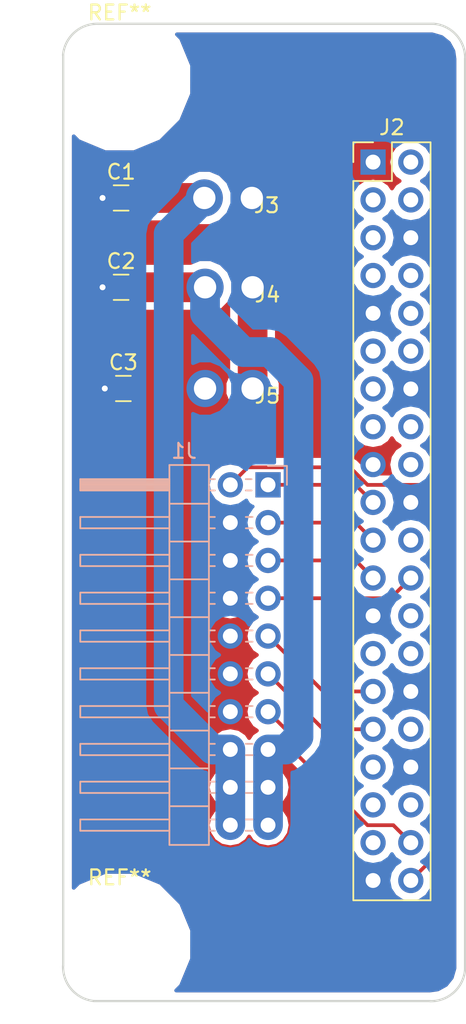
<source format=kicad_pcb>
(kicad_pcb (version 4) (host pcbnew 4.0.6)

  (general
    (links 38)
    (no_connects 0)
    (area 141.521429 95.925 173.013334 165.075)
    (thickness 1.6)
    (drawings 8)
    (tracks 56)
    (zones 0)
    (modules 10)
    (nets 13)
  )

  (page A4)
  (layers
    (0 F.Cu signal)
    (31 B.Cu signal)
    (32 B.Adhes user)
    (33 F.Adhes user)
    (34 B.Paste user)
    (35 F.Paste user)
    (36 B.SilkS user)
    (37 F.SilkS user)
    (38 B.Mask user)
    (39 F.Mask user)
    (40 Dwgs.User user)
    (41 Cmts.User user)
    (42 Eco1.User user)
    (43 Eco2.User user)
    (44 Edge.Cuts user)
    (45 Margin user)
    (46 B.CrtYd user)
    (47 F.CrtYd user)
    (48 B.Fab user)
    (49 F.Fab user)
  )

  (setup
    (last_trace_width 0.25)
    (user_trace_width 0.2)
    (user_trace_width 1)
    (user_trace_width 2)
    (trace_clearance 0.2)
    (zone_clearance 0.508)
    (zone_45_only no)
    (trace_min 0.2)
    (segment_width 0.2)
    (edge_width 0.15)
    (via_size 0.6)
    (via_drill 0.4)
    (via_min_size 0.4)
    (via_min_drill 0.3)
    (uvia_size 0.3)
    (uvia_drill 0.1)
    (uvias_allowed no)
    (uvia_min_size 0.2)
    (uvia_min_drill 0.1)
    (pcb_text_width 0.3)
    (pcb_text_size 1.5 1.5)
    (mod_edge_width 0.15)
    (mod_text_size 1 1)
    (mod_text_width 0.15)
    (pad_size 3.5 3.5)
    (pad_drill 3.5)
    (pad_to_mask_clearance 0.2)
    (aux_axis_origin 0 0)
    (visible_elements 7FFFFFFF)
    (pcbplotparams
      (layerselection 0x010c0_80000001)
      (usegerberextensions false)
      (excludeedgelayer true)
      (linewidth 0.100000)
      (plotframeref false)
      (viasonmask false)
      (mode 1)
      (useauxorigin false)
      (hpglpennumber 1)
      (hpglpenspeed 20)
      (hpglpendiameter 15)
      (hpglpenoverlay 2)
      (psnegative false)
      (psa4output false)
      (plotreference true)
      (plotvalue true)
      (plotinvisibletext false)
      (padsonsilk false)
      (subtractmaskfromsilk false)
      (outputformat 1)
      (mirror false)
      (drillshape 0)
      (scaleselection 1)
      (outputdirectory Gerber))
  )

  (net 0 "")
  (net 1 Earth)
  (net 2 12V)
  (net 3 5V)
  (net 4 3.3V)
  (net 5 MOSI)
  (net 6 ~PWR_KILL)
  (net 7 MISO)
  (net 8 SCK)
  (net 9 CS)
  (net 10 RESPRDY)
  (net 11 RECVRDY)
  (net 12 PWR_INT)

  (net_class Default "This is the default net class."
    (clearance 0.2)
    (trace_width 0.25)
    (via_dia 0.6)
    (via_drill 0.4)
    (uvia_dia 0.3)
    (uvia_drill 0.1)
    (add_net 12V)
    (add_net 3.3V)
    (add_net 5V)
    (add_net CS)
    (add_net Earth)
    (add_net MISO)
    (add_net MOSI)
    (add_net PWR_INT)
    (add_net RECVRDY)
    (add_net RESPRDY)
    (add_net SCK)
    (add_net ~PWR_KILL)
  )

  (module Mounting_Holes:MountingHole_3.5mm (layer F.Cu) (tedit 5D05C80A) (tstamp 5D05C7CD)
    (at 149.65 101.4)
    (descr "Mounting Hole 3.5mm, no annular")
    (tags "mounting hole 3.5mm no annular")
    (attr virtual)
    (fp_text reference REF** (at 0 -4.5) (layer F.SilkS)
      (effects (font (size 1 1) (thickness 0.15)))
    )
    (fp_text value MountingHole_3.5mm (at 0 4.5) (layer F.Fab)
      (effects (font (size 1 1) (thickness 0.15)))
    )
    (fp_text user %R (at 0.3 0) (layer F.Fab)
      (effects (font (size 1 1) (thickness 0.15)))
    )
    (fp_circle (center 0 0) (end 3.5 0) (layer Cmts.User) (width 0.15))
    (fp_circle (center 0 0) (end 3.75 0) (layer F.CrtYd) (width 0.05))
    (pad "" np_thru_hole circle (at 0 0) (size 3.5 3.5) (drill 3.5) (layers *.Cu *.Mask)
      (clearance 3))
  )

  (module Capacitors_SMD:C_0805_HandSoldering (layer F.Cu) (tedit 58AA84A8) (tstamp 5D05C2E8)
    (at 149.75 109.35)
    (descr "Capacitor SMD 0805, hand soldering")
    (tags "capacitor 0805")
    (path /5D0559B0)
    (attr smd)
    (fp_text reference C1 (at 0 -1.75) (layer F.SilkS)
      (effects (font (size 1 1) (thickness 0.15)))
    )
    (fp_text value C_Small (at 0 1.75) (layer F.Fab)
      (effects (font (size 1 1) (thickness 0.15)))
    )
    (fp_text user %R (at 0 -1.75) (layer F.Fab)
      (effects (font (size 1 1) (thickness 0.15)))
    )
    (fp_line (start -1 0.62) (end -1 -0.62) (layer F.Fab) (width 0.1))
    (fp_line (start 1 0.62) (end -1 0.62) (layer F.Fab) (width 0.1))
    (fp_line (start 1 -0.62) (end 1 0.62) (layer F.Fab) (width 0.1))
    (fp_line (start -1 -0.62) (end 1 -0.62) (layer F.Fab) (width 0.1))
    (fp_line (start 0.5 -0.85) (end -0.5 -0.85) (layer F.SilkS) (width 0.12))
    (fp_line (start -0.5 0.85) (end 0.5 0.85) (layer F.SilkS) (width 0.12))
    (fp_line (start -2.25 -0.88) (end 2.25 -0.88) (layer F.CrtYd) (width 0.05))
    (fp_line (start -2.25 -0.88) (end -2.25 0.87) (layer F.CrtYd) (width 0.05))
    (fp_line (start 2.25 0.87) (end 2.25 -0.88) (layer F.CrtYd) (width 0.05))
    (fp_line (start 2.25 0.87) (end -2.25 0.87) (layer F.CrtYd) (width 0.05))
    (pad 1 smd rect (at -1.25 0) (size 1.5 1.25) (layers F.Cu F.Paste F.Mask)
      (net 1 Earth))
    (pad 2 smd rect (at 1.25 0) (size 1.5 1.25) (layers F.Cu F.Paste F.Mask)
      (net 2 12V))
    (model Capacitors_SMD.3dshapes/C_0805.wrl
      (at (xyz 0 0 0))
      (scale (xyz 1 1 1))
      (rotate (xyz 0 0 0))
    )
  )

  (module Capacitors_SMD:C_0805_HandSoldering (layer F.Cu) (tedit 58AA84A8) (tstamp 5D05C2F9)
    (at 149.75 115.35)
    (descr "Capacitor SMD 0805, hand soldering")
    (tags "capacitor 0805")
    (path /5D055980)
    (attr smd)
    (fp_text reference C2 (at 0 -1.75) (layer F.SilkS)
      (effects (font (size 1 1) (thickness 0.15)))
    )
    (fp_text value C_Small (at 0 1.75) (layer F.Fab)
      (effects (font (size 1 1) (thickness 0.15)))
    )
    (fp_text user %R (at 0 -1.75) (layer F.Fab)
      (effects (font (size 1 1) (thickness 0.15)))
    )
    (fp_line (start -1 0.62) (end -1 -0.62) (layer F.Fab) (width 0.1))
    (fp_line (start 1 0.62) (end -1 0.62) (layer F.Fab) (width 0.1))
    (fp_line (start 1 -0.62) (end 1 0.62) (layer F.Fab) (width 0.1))
    (fp_line (start -1 -0.62) (end 1 -0.62) (layer F.Fab) (width 0.1))
    (fp_line (start 0.5 -0.85) (end -0.5 -0.85) (layer F.SilkS) (width 0.12))
    (fp_line (start -0.5 0.85) (end 0.5 0.85) (layer F.SilkS) (width 0.12))
    (fp_line (start -2.25 -0.88) (end 2.25 -0.88) (layer F.CrtYd) (width 0.05))
    (fp_line (start -2.25 -0.88) (end -2.25 0.87) (layer F.CrtYd) (width 0.05))
    (fp_line (start 2.25 0.87) (end 2.25 -0.88) (layer F.CrtYd) (width 0.05))
    (fp_line (start 2.25 0.87) (end -2.25 0.87) (layer F.CrtYd) (width 0.05))
    (pad 1 smd rect (at -1.25 0) (size 1.5 1.25) (layers F.Cu F.Paste F.Mask)
      (net 1 Earth))
    (pad 2 smd rect (at 1.25 0) (size 1.5 1.25) (layers F.Cu F.Paste F.Mask)
      (net 3 5V))
    (model Capacitors_SMD.3dshapes/C_0805.wrl
      (at (xyz 0 0 0))
      (scale (xyz 1 1 1))
      (rotate (xyz 0 0 0))
    )
  )

  (module Capacitors_SMD:C_0805_HandSoldering (layer F.Cu) (tedit 58AA84A8) (tstamp 5D05C30A)
    (at 149.9 122.15)
    (descr "Capacitor SMD 0805, hand soldering")
    (tags "capacitor 0805")
    (path /5D05592F)
    (attr smd)
    (fp_text reference C3 (at 0 -1.75) (layer F.SilkS)
      (effects (font (size 1 1) (thickness 0.15)))
    )
    (fp_text value C_Small (at 0 1.75) (layer F.Fab)
      (effects (font (size 1 1) (thickness 0.15)))
    )
    (fp_text user %R (at 0 -1.75) (layer F.Fab)
      (effects (font (size 1 1) (thickness 0.15)))
    )
    (fp_line (start -1 0.62) (end -1 -0.62) (layer F.Fab) (width 0.1))
    (fp_line (start 1 0.62) (end -1 0.62) (layer F.Fab) (width 0.1))
    (fp_line (start 1 -0.62) (end 1 0.62) (layer F.Fab) (width 0.1))
    (fp_line (start -1 -0.62) (end 1 -0.62) (layer F.Fab) (width 0.1))
    (fp_line (start 0.5 -0.85) (end -0.5 -0.85) (layer F.SilkS) (width 0.12))
    (fp_line (start -0.5 0.85) (end 0.5 0.85) (layer F.SilkS) (width 0.12))
    (fp_line (start -2.25 -0.88) (end 2.25 -0.88) (layer F.CrtYd) (width 0.05))
    (fp_line (start -2.25 -0.88) (end -2.25 0.87) (layer F.CrtYd) (width 0.05))
    (fp_line (start 2.25 0.87) (end 2.25 -0.88) (layer F.CrtYd) (width 0.05))
    (fp_line (start 2.25 0.87) (end -2.25 0.87) (layer F.CrtYd) (width 0.05))
    (pad 1 smd rect (at -1.25 0) (size 1.5 1.25) (layers F.Cu F.Paste F.Mask)
      (net 1 Earth))
    (pad 2 smd rect (at 1.25 0) (size 1.5 1.25) (layers F.Cu F.Paste F.Mask)
      (net 4 3.3V))
    (model Capacitors_SMD.3dshapes/C_0805.wrl
      (at (xyz 0 0 0))
      (scale (xyz 1 1 1))
      (rotate (xyz 0 0 0))
    )
  )

  (module Pin_Headers:Pin_Header_Angled_2x10_Pitch2.54mm (layer B.Cu) (tedit 59650532) (tstamp 5D05C3C3)
    (at 159.64 128.62 180)
    (descr "Through hole angled pin header, 2x10, 2.54mm pitch, 6mm pin length, double rows")
    (tags "Through hole angled pin header THT 2x10 2.54mm double row")
    (path /5D04388E)
    (fp_text reference J1 (at 5.655 2.27 180) (layer B.SilkS)
      (effects (font (size 1 1) (thickness 0.15)) (justify mirror))
    )
    (fp_text value CONN_02X10 (at 5.655 -25.13 180) (layer B.Fab)
      (effects (font (size 1 1) (thickness 0.15)) (justify mirror))
    )
    (fp_line (start 4.675 1.27) (end 6.58 1.27) (layer B.Fab) (width 0.1))
    (fp_line (start 6.58 1.27) (end 6.58 -24.13) (layer B.Fab) (width 0.1))
    (fp_line (start 6.58 -24.13) (end 4.04 -24.13) (layer B.Fab) (width 0.1))
    (fp_line (start 4.04 -24.13) (end 4.04 0.635) (layer B.Fab) (width 0.1))
    (fp_line (start 4.04 0.635) (end 4.675 1.27) (layer B.Fab) (width 0.1))
    (fp_line (start -0.32 0.32) (end 4.04 0.32) (layer B.Fab) (width 0.1))
    (fp_line (start -0.32 0.32) (end -0.32 -0.32) (layer B.Fab) (width 0.1))
    (fp_line (start -0.32 -0.32) (end 4.04 -0.32) (layer B.Fab) (width 0.1))
    (fp_line (start 6.58 0.32) (end 12.58 0.32) (layer B.Fab) (width 0.1))
    (fp_line (start 12.58 0.32) (end 12.58 -0.32) (layer B.Fab) (width 0.1))
    (fp_line (start 6.58 -0.32) (end 12.58 -0.32) (layer B.Fab) (width 0.1))
    (fp_line (start -0.32 -2.22) (end 4.04 -2.22) (layer B.Fab) (width 0.1))
    (fp_line (start -0.32 -2.22) (end -0.32 -2.86) (layer B.Fab) (width 0.1))
    (fp_line (start -0.32 -2.86) (end 4.04 -2.86) (layer B.Fab) (width 0.1))
    (fp_line (start 6.58 -2.22) (end 12.58 -2.22) (layer B.Fab) (width 0.1))
    (fp_line (start 12.58 -2.22) (end 12.58 -2.86) (layer B.Fab) (width 0.1))
    (fp_line (start 6.58 -2.86) (end 12.58 -2.86) (layer B.Fab) (width 0.1))
    (fp_line (start -0.32 -4.76) (end 4.04 -4.76) (layer B.Fab) (width 0.1))
    (fp_line (start -0.32 -4.76) (end -0.32 -5.4) (layer B.Fab) (width 0.1))
    (fp_line (start -0.32 -5.4) (end 4.04 -5.4) (layer B.Fab) (width 0.1))
    (fp_line (start 6.58 -4.76) (end 12.58 -4.76) (layer B.Fab) (width 0.1))
    (fp_line (start 12.58 -4.76) (end 12.58 -5.4) (layer B.Fab) (width 0.1))
    (fp_line (start 6.58 -5.4) (end 12.58 -5.4) (layer B.Fab) (width 0.1))
    (fp_line (start -0.32 -7.3) (end 4.04 -7.3) (layer B.Fab) (width 0.1))
    (fp_line (start -0.32 -7.3) (end -0.32 -7.94) (layer B.Fab) (width 0.1))
    (fp_line (start -0.32 -7.94) (end 4.04 -7.94) (layer B.Fab) (width 0.1))
    (fp_line (start 6.58 -7.3) (end 12.58 -7.3) (layer B.Fab) (width 0.1))
    (fp_line (start 12.58 -7.3) (end 12.58 -7.94) (layer B.Fab) (width 0.1))
    (fp_line (start 6.58 -7.94) (end 12.58 -7.94) (layer B.Fab) (width 0.1))
    (fp_line (start -0.32 -9.84) (end 4.04 -9.84) (layer B.Fab) (width 0.1))
    (fp_line (start -0.32 -9.84) (end -0.32 -10.48) (layer B.Fab) (width 0.1))
    (fp_line (start -0.32 -10.48) (end 4.04 -10.48) (layer B.Fab) (width 0.1))
    (fp_line (start 6.58 -9.84) (end 12.58 -9.84) (layer B.Fab) (width 0.1))
    (fp_line (start 12.58 -9.84) (end 12.58 -10.48) (layer B.Fab) (width 0.1))
    (fp_line (start 6.58 -10.48) (end 12.58 -10.48) (layer B.Fab) (width 0.1))
    (fp_line (start -0.32 -12.38) (end 4.04 -12.38) (layer B.Fab) (width 0.1))
    (fp_line (start -0.32 -12.38) (end -0.32 -13.02) (layer B.Fab) (width 0.1))
    (fp_line (start -0.32 -13.02) (end 4.04 -13.02) (layer B.Fab) (width 0.1))
    (fp_line (start 6.58 -12.38) (end 12.58 -12.38) (layer B.Fab) (width 0.1))
    (fp_line (start 12.58 -12.38) (end 12.58 -13.02) (layer B.Fab) (width 0.1))
    (fp_line (start 6.58 -13.02) (end 12.58 -13.02) (layer B.Fab) (width 0.1))
    (fp_line (start -0.32 -14.92) (end 4.04 -14.92) (layer B.Fab) (width 0.1))
    (fp_line (start -0.32 -14.92) (end -0.32 -15.56) (layer B.Fab) (width 0.1))
    (fp_line (start -0.32 -15.56) (end 4.04 -15.56) (layer B.Fab) (width 0.1))
    (fp_line (start 6.58 -14.92) (end 12.58 -14.92) (layer B.Fab) (width 0.1))
    (fp_line (start 12.58 -14.92) (end 12.58 -15.56) (layer B.Fab) (width 0.1))
    (fp_line (start 6.58 -15.56) (end 12.58 -15.56) (layer B.Fab) (width 0.1))
    (fp_line (start -0.32 -17.46) (end 4.04 -17.46) (layer B.Fab) (width 0.1))
    (fp_line (start -0.32 -17.46) (end -0.32 -18.1) (layer B.Fab) (width 0.1))
    (fp_line (start -0.32 -18.1) (end 4.04 -18.1) (layer B.Fab) (width 0.1))
    (fp_line (start 6.58 -17.46) (end 12.58 -17.46) (layer B.Fab) (width 0.1))
    (fp_line (start 12.58 -17.46) (end 12.58 -18.1) (layer B.Fab) (width 0.1))
    (fp_line (start 6.58 -18.1) (end 12.58 -18.1) (layer B.Fab) (width 0.1))
    (fp_line (start -0.32 -20) (end 4.04 -20) (layer B.Fab) (width 0.1))
    (fp_line (start -0.32 -20) (end -0.32 -20.64) (layer B.Fab) (width 0.1))
    (fp_line (start -0.32 -20.64) (end 4.04 -20.64) (layer B.Fab) (width 0.1))
    (fp_line (start 6.58 -20) (end 12.58 -20) (layer B.Fab) (width 0.1))
    (fp_line (start 12.58 -20) (end 12.58 -20.64) (layer B.Fab) (width 0.1))
    (fp_line (start 6.58 -20.64) (end 12.58 -20.64) (layer B.Fab) (width 0.1))
    (fp_line (start -0.32 -22.54) (end 4.04 -22.54) (layer B.Fab) (width 0.1))
    (fp_line (start -0.32 -22.54) (end -0.32 -23.18) (layer B.Fab) (width 0.1))
    (fp_line (start -0.32 -23.18) (end 4.04 -23.18) (layer B.Fab) (width 0.1))
    (fp_line (start 6.58 -22.54) (end 12.58 -22.54) (layer B.Fab) (width 0.1))
    (fp_line (start 12.58 -22.54) (end 12.58 -23.18) (layer B.Fab) (width 0.1))
    (fp_line (start 6.58 -23.18) (end 12.58 -23.18) (layer B.Fab) (width 0.1))
    (fp_line (start 3.98 1.33) (end 3.98 -24.19) (layer B.SilkS) (width 0.12))
    (fp_line (start 3.98 -24.19) (end 6.64 -24.19) (layer B.SilkS) (width 0.12))
    (fp_line (start 6.64 -24.19) (end 6.64 1.33) (layer B.SilkS) (width 0.12))
    (fp_line (start 6.64 1.33) (end 3.98 1.33) (layer B.SilkS) (width 0.12))
    (fp_line (start 6.64 0.38) (end 12.64 0.38) (layer B.SilkS) (width 0.12))
    (fp_line (start 12.64 0.38) (end 12.64 -0.38) (layer B.SilkS) (width 0.12))
    (fp_line (start 12.64 -0.38) (end 6.64 -0.38) (layer B.SilkS) (width 0.12))
    (fp_line (start 6.64 0.32) (end 12.64 0.32) (layer B.SilkS) (width 0.12))
    (fp_line (start 6.64 0.2) (end 12.64 0.2) (layer B.SilkS) (width 0.12))
    (fp_line (start 6.64 0.08) (end 12.64 0.08) (layer B.SilkS) (width 0.12))
    (fp_line (start 6.64 -0.04) (end 12.64 -0.04) (layer B.SilkS) (width 0.12))
    (fp_line (start 6.64 -0.16) (end 12.64 -0.16) (layer B.SilkS) (width 0.12))
    (fp_line (start 6.64 -0.28) (end 12.64 -0.28) (layer B.SilkS) (width 0.12))
    (fp_line (start 3.582929 0.38) (end 3.98 0.38) (layer B.SilkS) (width 0.12))
    (fp_line (start 3.582929 -0.38) (end 3.98 -0.38) (layer B.SilkS) (width 0.12))
    (fp_line (start 1.11 0.38) (end 1.497071 0.38) (layer B.SilkS) (width 0.12))
    (fp_line (start 1.11 -0.38) (end 1.497071 -0.38) (layer B.SilkS) (width 0.12))
    (fp_line (start 3.98 -1.27) (end 6.64 -1.27) (layer B.SilkS) (width 0.12))
    (fp_line (start 6.64 -2.16) (end 12.64 -2.16) (layer B.SilkS) (width 0.12))
    (fp_line (start 12.64 -2.16) (end 12.64 -2.92) (layer B.SilkS) (width 0.12))
    (fp_line (start 12.64 -2.92) (end 6.64 -2.92) (layer B.SilkS) (width 0.12))
    (fp_line (start 3.582929 -2.16) (end 3.98 -2.16) (layer B.SilkS) (width 0.12))
    (fp_line (start 3.582929 -2.92) (end 3.98 -2.92) (layer B.SilkS) (width 0.12))
    (fp_line (start 1.042929 -2.16) (end 1.497071 -2.16) (layer B.SilkS) (width 0.12))
    (fp_line (start 1.042929 -2.92) (end 1.497071 -2.92) (layer B.SilkS) (width 0.12))
    (fp_line (start 3.98 -3.81) (end 6.64 -3.81) (layer B.SilkS) (width 0.12))
    (fp_line (start 6.64 -4.7) (end 12.64 -4.7) (layer B.SilkS) (width 0.12))
    (fp_line (start 12.64 -4.7) (end 12.64 -5.46) (layer B.SilkS) (width 0.12))
    (fp_line (start 12.64 -5.46) (end 6.64 -5.46) (layer B.SilkS) (width 0.12))
    (fp_line (start 3.582929 -4.7) (end 3.98 -4.7) (layer B.SilkS) (width 0.12))
    (fp_line (start 3.582929 -5.46) (end 3.98 -5.46) (layer B.SilkS) (width 0.12))
    (fp_line (start 1.042929 -4.7) (end 1.497071 -4.7) (layer B.SilkS) (width 0.12))
    (fp_line (start 1.042929 -5.46) (end 1.497071 -5.46) (layer B.SilkS) (width 0.12))
    (fp_line (start 3.98 -6.35) (end 6.64 -6.35) (layer B.SilkS) (width 0.12))
    (fp_line (start 6.64 -7.24) (end 12.64 -7.24) (layer B.SilkS) (width 0.12))
    (fp_line (start 12.64 -7.24) (end 12.64 -8) (layer B.SilkS) (width 0.12))
    (fp_line (start 12.64 -8) (end 6.64 -8) (layer B.SilkS) (width 0.12))
    (fp_line (start 3.582929 -7.24) (end 3.98 -7.24) (layer B.SilkS) (width 0.12))
    (fp_line (start 3.582929 -8) (end 3.98 -8) (layer B.SilkS) (width 0.12))
    (fp_line (start 1.042929 -7.24) (end 1.497071 -7.24) (layer B.SilkS) (width 0.12))
    (fp_line (start 1.042929 -8) (end 1.497071 -8) (layer B.SilkS) (width 0.12))
    (fp_line (start 3.98 -8.89) (end 6.64 -8.89) (layer B.SilkS) (width 0.12))
    (fp_line (start 6.64 -9.78) (end 12.64 -9.78) (layer B.SilkS) (width 0.12))
    (fp_line (start 12.64 -9.78) (end 12.64 -10.54) (layer B.SilkS) (width 0.12))
    (fp_line (start 12.64 -10.54) (end 6.64 -10.54) (layer B.SilkS) (width 0.12))
    (fp_line (start 3.582929 -9.78) (end 3.98 -9.78) (layer B.SilkS) (width 0.12))
    (fp_line (start 3.582929 -10.54) (end 3.98 -10.54) (layer B.SilkS) (width 0.12))
    (fp_line (start 1.042929 -9.78) (end 1.497071 -9.78) (layer B.SilkS) (width 0.12))
    (fp_line (start 1.042929 -10.54) (end 1.497071 -10.54) (layer B.SilkS) (width 0.12))
    (fp_line (start 3.98 -11.43) (end 6.64 -11.43) (layer B.SilkS) (width 0.12))
    (fp_line (start 6.64 -12.32) (end 12.64 -12.32) (layer B.SilkS) (width 0.12))
    (fp_line (start 12.64 -12.32) (end 12.64 -13.08) (layer B.SilkS) (width 0.12))
    (fp_line (start 12.64 -13.08) (end 6.64 -13.08) (layer B.SilkS) (width 0.12))
    (fp_line (start 3.582929 -12.32) (end 3.98 -12.32) (layer B.SilkS) (width 0.12))
    (fp_line (start 3.582929 -13.08) (end 3.98 -13.08) (layer B.SilkS) (width 0.12))
    (fp_line (start 1.042929 -12.32) (end 1.497071 -12.32) (layer B.SilkS) (width 0.12))
    (fp_line (start 1.042929 -13.08) (end 1.497071 -13.08) (layer B.SilkS) (width 0.12))
    (fp_line (start 3.98 -13.97) (end 6.64 -13.97) (layer B.SilkS) (width 0.12))
    (fp_line (start 6.64 -14.86) (end 12.64 -14.86) (layer B.SilkS) (width 0.12))
    (fp_line (start 12.64 -14.86) (end 12.64 -15.62) (layer B.SilkS) (width 0.12))
    (fp_line (start 12.64 -15.62) (end 6.64 -15.62) (layer B.SilkS) (width 0.12))
    (fp_line (start 3.582929 -14.86) (end 3.98 -14.86) (layer B.SilkS) (width 0.12))
    (fp_line (start 3.582929 -15.62) (end 3.98 -15.62) (layer B.SilkS) (width 0.12))
    (fp_line (start 1.042929 -14.86) (end 1.497071 -14.86) (layer B.SilkS) (width 0.12))
    (fp_line (start 1.042929 -15.62) (end 1.497071 -15.62) (layer B.SilkS) (width 0.12))
    (fp_line (start 3.98 -16.51) (end 6.64 -16.51) (layer B.SilkS) (width 0.12))
    (fp_line (start 6.64 -17.4) (end 12.64 -17.4) (layer B.SilkS) (width 0.12))
    (fp_line (start 12.64 -17.4) (end 12.64 -18.16) (layer B.SilkS) (width 0.12))
    (fp_line (start 12.64 -18.16) (end 6.64 -18.16) (layer B.SilkS) (width 0.12))
    (fp_line (start 3.582929 -17.4) (end 3.98 -17.4) (layer B.SilkS) (width 0.12))
    (fp_line (start 3.582929 -18.16) (end 3.98 -18.16) (layer B.SilkS) (width 0.12))
    (fp_line (start 1.042929 -17.4) (end 1.497071 -17.4) (layer B.SilkS) (width 0.12))
    (fp_line (start 1.042929 -18.16) (end 1.497071 -18.16) (layer B.SilkS) (width 0.12))
    (fp_line (start 3.98 -19.05) (end 6.64 -19.05) (layer B.SilkS) (width 0.12))
    (fp_line (start 6.64 -19.94) (end 12.64 -19.94) (layer B.SilkS) (width 0.12))
    (fp_line (start 12.64 -19.94) (end 12.64 -20.7) (layer B.SilkS) (width 0.12))
    (fp_line (start 12.64 -20.7) (end 6.64 -20.7) (layer B.SilkS) (width 0.12))
    (fp_line (start 3.582929 -19.94) (end 3.98 -19.94) (layer B.SilkS) (width 0.12))
    (fp_line (start 3.582929 -20.7) (end 3.98 -20.7) (layer B.SilkS) (width 0.12))
    (fp_line (start 1.042929 -19.94) (end 1.497071 -19.94) (layer B.SilkS) (width 0.12))
    (fp_line (start 1.042929 -20.7) (end 1.497071 -20.7) (layer B.SilkS) (width 0.12))
    (fp_line (start 3.98 -21.59) (end 6.64 -21.59) (layer B.SilkS) (width 0.12))
    (fp_line (start 6.64 -22.48) (end 12.64 -22.48) (layer B.SilkS) (width 0.12))
    (fp_line (start 12.64 -22.48) (end 12.64 -23.24) (layer B.SilkS) (width 0.12))
    (fp_line (start 12.64 -23.24) (end 6.64 -23.24) (layer B.SilkS) (width 0.12))
    (fp_line (start 3.582929 -22.48) (end 3.98 -22.48) (layer B.SilkS) (width 0.12))
    (fp_line (start 3.582929 -23.24) (end 3.98 -23.24) (layer B.SilkS) (width 0.12))
    (fp_line (start 1.042929 -22.48) (end 1.497071 -22.48) (layer B.SilkS) (width 0.12))
    (fp_line (start 1.042929 -23.24) (end 1.497071 -23.24) (layer B.SilkS) (width 0.12))
    (fp_line (start -1.27 0) (end -1.27 1.27) (layer B.SilkS) (width 0.12))
    (fp_line (start -1.27 1.27) (end 0 1.27) (layer B.SilkS) (width 0.12))
    (fp_line (start -1.8 1.8) (end -1.8 -24.65) (layer B.CrtYd) (width 0.05))
    (fp_line (start -1.8 -24.65) (end 13.1 -24.65) (layer B.CrtYd) (width 0.05))
    (fp_line (start 13.1 -24.65) (end 13.1 1.8) (layer B.CrtYd) (width 0.05))
    (fp_line (start 13.1 1.8) (end -1.8 1.8) (layer B.CrtYd) (width 0.05))
    (fp_text user %R (at 5.31 -11.43 450) (layer B.Fab)
      (effects (font (size 1 1) (thickness 0.15)) (justify mirror))
    )
    (pad 1 thru_hole rect (at 0 0 180) (size 1.7 1.7) (drill 1) (layers *.Cu *.Mask)
      (net 5 MOSI))
    (pad 2 thru_hole oval (at 2.54 0 180) (size 1.7 1.7) (drill 1) (layers *.Cu *.Mask)
      (net 6 ~PWR_KILL))
    (pad 3 thru_hole oval (at 0 -2.54 180) (size 1.7 1.7) (drill 1) (layers *.Cu *.Mask)
      (net 7 MISO))
    (pad 4 thru_hole oval (at 2.54 -2.54 180) (size 1.7 1.7) (drill 1) (layers *.Cu *.Mask)
      (net 1 Earth))
    (pad 5 thru_hole oval (at 0 -5.08 180) (size 1.7 1.7) (drill 1) (layers *.Cu *.Mask)
      (net 8 SCK))
    (pad 6 thru_hole oval (at 2.54 -5.08 180) (size 1.7 1.7) (drill 1) (layers *.Cu *.Mask)
      (net 1 Earth))
    (pad 7 thru_hole oval (at 0 -7.62 180) (size 1.7 1.7) (drill 1) (layers *.Cu *.Mask)
      (net 9 CS))
    (pad 8 thru_hole oval (at 2.54 -7.62 180) (size 1.7 1.7) (drill 1) (layers *.Cu *.Mask)
      (net 1 Earth))
    (pad 9 thru_hole oval (at 0 -10.16 180) (size 1.7 1.7) (drill 1) (layers *.Cu *.Mask)
      (net 10 RESPRDY))
    (pad 10 thru_hole oval (at 2.54 -10.16 180) (size 1.7 1.7) (drill 1) (layers *.Cu *.Mask)
      (net 4 3.3V))
    (pad 11 thru_hole oval (at 0 -12.7 180) (size 1.7 1.7) (drill 1) (layers *.Cu *.Mask)
      (net 11 RECVRDY))
    (pad 12 thru_hole oval (at 2.54 -12.7 180) (size 1.7 1.7) (drill 1) (layers *.Cu *.Mask)
      (net 4 3.3V))
    (pad 13 thru_hole oval (at 0 -15.24 180) (size 1.7 1.7) (drill 1) (layers *.Cu *.Mask)
      (net 12 PWR_INT))
    (pad 14 thru_hole oval (at 2.54 -15.24 180) (size 1.7 1.7) (drill 1) (layers *.Cu *.Mask)
      (net 4 3.3V))
    (pad 15 thru_hole oval (at 0 -17.78 180) (size 1.7 1.7) (drill 1) (layers *.Cu *.Mask)
      (net 3 5V))
    (pad 16 thru_hole oval (at 2.54 -17.78 180) (size 1.7 1.7) (drill 1) (layers *.Cu *.Mask)
      (net 2 12V))
    (pad 17 thru_hole oval (at 0 -20.32 180) (size 1.7 1.7) (drill 1) (layers *.Cu *.Mask)
      (net 3 5V))
    (pad 18 thru_hole oval (at 2.54 -20.32 180) (size 1.7 1.7) (drill 1) (layers *.Cu *.Mask)
      (net 2 12V))
    (pad 19 thru_hole oval (at 0 -22.86 180) (size 1.7 1.7) (drill 1) (layers *.Cu *.Mask)
      (net 3 5V))
    (pad 20 thru_hole oval (at 2.54 -22.86 180) (size 1.7 1.7) (drill 1) (layers *.Cu *.Mask)
      (net 2 12V))
    (model ${KISYS3DMOD}/Pin_Headers.3dshapes/Pin_Header_Angled_2x10_Pitch2.54mm.wrl
      (at (xyz 0 0 0))
      (scale (xyz 1 1 1))
      (rotate (xyz 0 0 0))
    )
  )

  (module Pin_Headers:Pin_Header_Straight_2x20_Pitch2.54mm (layer F.Cu) (tedit 59650533) (tstamp 5D05C401)
    (at 166.71 106.94)
    (descr "Through hole straight pin header, 2x20, 2.54mm pitch, double rows")
    (tags "Through hole pin header THT 2x20 2.54mm double row")
    (path /5D043848)
    (fp_text reference J2 (at 1.27 -2.33) (layer F.SilkS)
      (effects (font (size 1 1) (thickness 0.15)))
    )
    (fp_text value CONN_02X20 (at 1.27 50.59) (layer F.Fab)
      (effects (font (size 1 1) (thickness 0.15)))
    )
    (fp_line (start 0 -1.27) (end 3.81 -1.27) (layer F.Fab) (width 0.1))
    (fp_line (start 3.81 -1.27) (end 3.81 49.53) (layer F.Fab) (width 0.1))
    (fp_line (start 3.81 49.53) (end -1.27 49.53) (layer F.Fab) (width 0.1))
    (fp_line (start -1.27 49.53) (end -1.27 0) (layer F.Fab) (width 0.1))
    (fp_line (start -1.27 0) (end 0 -1.27) (layer F.Fab) (width 0.1))
    (fp_line (start -1.33 49.59) (end 3.87 49.59) (layer F.SilkS) (width 0.12))
    (fp_line (start -1.33 1.27) (end -1.33 49.59) (layer F.SilkS) (width 0.12))
    (fp_line (start 3.87 -1.33) (end 3.87 49.59) (layer F.SilkS) (width 0.12))
    (fp_line (start -1.33 1.27) (end 1.27 1.27) (layer F.SilkS) (width 0.12))
    (fp_line (start 1.27 1.27) (end 1.27 -1.33) (layer F.SilkS) (width 0.12))
    (fp_line (start 1.27 -1.33) (end 3.87 -1.33) (layer F.SilkS) (width 0.12))
    (fp_line (start -1.33 0) (end -1.33 -1.33) (layer F.SilkS) (width 0.12))
    (fp_line (start -1.33 -1.33) (end 0 -1.33) (layer F.SilkS) (width 0.12))
    (fp_line (start -1.8 -1.8) (end -1.8 50.05) (layer F.CrtYd) (width 0.05))
    (fp_line (start -1.8 50.05) (end 4.35 50.05) (layer F.CrtYd) (width 0.05))
    (fp_line (start 4.35 50.05) (end 4.35 -1.8) (layer F.CrtYd) (width 0.05))
    (fp_line (start 4.35 -1.8) (end -1.8 -1.8) (layer F.CrtYd) (width 0.05))
    (fp_text user %R (at 1.27 24.13 90) (layer F.Fab)
      (effects (font (size 1 1) (thickness 0.15)))
    )
    (pad 1 thru_hole rect (at 0 0) (size 1.7 1.7) (drill 1) (layers *.Cu *.Mask)
      (net 4 3.3V))
    (pad 2 thru_hole oval (at 2.54 0) (size 1.7 1.7) (drill 1) (layers *.Cu *.Mask))
    (pad 3 thru_hole oval (at 0 2.54) (size 1.7 1.7) (drill 1) (layers *.Cu *.Mask))
    (pad 4 thru_hole oval (at 2.54 2.54) (size 1.7 1.7) (drill 1) (layers *.Cu *.Mask))
    (pad 5 thru_hole oval (at 0 5.08) (size 1.7 1.7) (drill 1) (layers *.Cu *.Mask))
    (pad 6 thru_hole oval (at 2.54 5.08) (size 1.7 1.7) (drill 1) (layers *.Cu *.Mask)
      (net 1 Earth))
    (pad 7 thru_hole oval (at 0 7.62) (size 1.7 1.7) (drill 1) (layers *.Cu *.Mask))
    (pad 8 thru_hole oval (at 2.54 7.62) (size 1.7 1.7) (drill 1) (layers *.Cu *.Mask))
    (pad 9 thru_hole oval (at 0 10.16) (size 1.7 1.7) (drill 1) (layers *.Cu *.Mask)
      (net 1 Earth))
    (pad 10 thru_hole oval (at 2.54 10.16) (size 1.7 1.7) (drill 1) (layers *.Cu *.Mask))
    (pad 11 thru_hole oval (at 0 12.7) (size 1.7 1.7) (drill 1) (layers *.Cu *.Mask))
    (pad 12 thru_hole oval (at 2.54 12.7) (size 1.7 1.7) (drill 1) (layers *.Cu *.Mask))
    (pad 13 thru_hole oval (at 0 15.24) (size 1.7 1.7) (drill 1) (layers *.Cu *.Mask))
    (pad 14 thru_hole oval (at 2.54 15.24) (size 1.7 1.7) (drill 1) (layers *.Cu *.Mask)
      (net 1 Earth))
    (pad 15 thru_hole oval (at 0 17.78) (size 1.7 1.7) (drill 1) (layers *.Cu *.Mask))
    (pad 16 thru_hole oval (at 2.54 17.78) (size 1.7 1.7) (drill 1) (layers *.Cu *.Mask))
    (pad 17 thru_hole oval (at 0 20.32) (size 1.7 1.7) (drill 1) (layers *.Cu *.Mask)
      (net 4 3.3V))
    (pad 18 thru_hole oval (at 2.54 20.32) (size 1.7 1.7) (drill 1) (layers *.Cu *.Mask))
    (pad 19 thru_hole oval (at 0 22.86) (size 1.7 1.7) (drill 1) (layers *.Cu *.Mask)
      (net 5 MOSI))
    (pad 20 thru_hole oval (at 2.54 22.86) (size 1.7 1.7) (drill 1) (layers *.Cu *.Mask)
      (net 1 Earth))
    (pad 21 thru_hole oval (at 0 25.4) (size 1.7 1.7) (drill 1) (layers *.Cu *.Mask)
      (net 7 MISO))
    (pad 22 thru_hole oval (at 2.54 25.4) (size 1.7 1.7) (drill 1) (layers *.Cu *.Mask))
    (pad 23 thru_hole oval (at 0 27.94) (size 1.7 1.7) (drill 1) (layers *.Cu *.Mask)
      (net 8 SCK))
    (pad 24 thru_hole oval (at 2.54 27.94) (size 1.7 1.7) (drill 1) (layers *.Cu *.Mask)
      (net 9 CS))
    (pad 25 thru_hole oval (at 0 30.48) (size 1.7 1.7) (drill 1) (layers *.Cu *.Mask)
      (net 1 Earth))
    (pad 26 thru_hole oval (at 2.54 30.48) (size 1.7 1.7) (drill 1) (layers *.Cu *.Mask))
    (pad 27 thru_hole oval (at 0 33.02) (size 1.7 1.7) (drill 1) (layers *.Cu *.Mask))
    (pad 28 thru_hole oval (at 2.54 33.02) (size 1.7 1.7) (drill 1) (layers *.Cu *.Mask))
    (pad 29 thru_hole oval (at 0 35.56) (size 1.7 1.7) (drill 1) (layers *.Cu *.Mask)
      (net 10 RESPRDY))
    (pad 30 thru_hole oval (at 2.54 35.56) (size 1.7 1.7) (drill 1) (layers *.Cu *.Mask)
      (net 1 Earth))
    (pad 31 thru_hole oval (at 0 38.1) (size 1.7 1.7) (drill 1) (layers *.Cu *.Mask)
      (net 11 RECVRDY))
    (pad 32 thru_hole oval (at 2.54 38.1) (size 1.7 1.7) (drill 1) (layers *.Cu *.Mask))
    (pad 33 thru_hole oval (at 0 40.64) (size 1.7 1.7) (drill 1) (layers *.Cu *.Mask))
    (pad 34 thru_hole oval (at 2.54 40.64) (size 1.7 1.7) (drill 1) (layers *.Cu *.Mask)
      (net 1 Earth))
    (pad 35 thru_hole oval (at 0 43.18) (size 1.7 1.7) (drill 1) (layers *.Cu *.Mask))
    (pad 36 thru_hole oval (at 2.54 43.18) (size 1.7 1.7) (drill 1) (layers *.Cu *.Mask))
    (pad 37 thru_hole oval (at 0 45.72) (size 1.7 1.7) (drill 1) (layers *.Cu *.Mask))
    (pad 38 thru_hole oval (at 2.54 45.72) (size 1.7 1.7) (drill 1) (layers *.Cu *.Mask)
      (net 12 PWR_INT))
    (pad 39 thru_hole oval (at 0 48.26) (size 1.7 1.7) (drill 1) (layers *.Cu *.Mask)
      (net 1 Earth))
    (pad 40 thru_hole oval (at 2.54 48.26) (size 1.7 1.7) (drill 1) (layers *.Cu *.Mask)
      (net 6 ~PWR_KILL))
    (model ${KISYS3DMOD}/Pin_Headers.3dshapes/Pin_Header_Straight_2x20_Pitch2.54mm.wrl
      (at (xyz 0 0 0))
      (scale (xyz 1 1 1))
      (rotate (xyz 0 0 0))
    )
  )

  (module Dizzy:2x1.5-conn (layer F.Cu) (tedit 5D037B71) (tstamp 5D05C407)
    (at 159.55 110.35 180)
    (path /5D05C351)
    (fp_text reference J3 (at 0 0.5 180) (layer F.SilkS)
      (effects (font (size 1 1) (thickness 0.15)))
    )
    (fp_text value CONN_01X02 (at 0 -0.5 180) (layer F.Fab)
      (effects (font (size 1 1) (thickness 0.15)))
    )
    (pad 1 thru_hole circle (at 1 1 180) (size 2.5 2.5) (drill 1.5) (layers *.Cu *.Mask)
      (net 1 Earth))
    (pad 2 thru_hole circle (at 4.2 1 180) (size 2.5 2.5) (drill 1.5) (layers *.Cu *.Mask)
      (net 2 12V))
  )

  (module Dizzy:2x1.5-conn (layer F.Cu) (tedit 5D037B71) (tstamp 5D05C40D)
    (at 159.6 116.35 180)
    (path /5D05C3A0)
    (fp_text reference J4 (at 0 0.5 180) (layer F.SilkS)
      (effects (font (size 1 1) (thickness 0.15)))
    )
    (fp_text value CONN_01X02 (at 0 -0.5 180) (layer F.Fab)
      (effects (font (size 1 1) (thickness 0.15)))
    )
    (pad 1 thru_hole circle (at 1 1 180) (size 2.5 2.5) (drill 1.5) (layers *.Cu *.Mask)
      (net 1 Earth))
    (pad 2 thru_hole circle (at 4.2 1 180) (size 2.5 2.5) (drill 1.5) (layers *.Cu *.Mask)
      (net 3 5V))
  )

  (module Dizzy:2x1.5-conn (layer F.Cu) (tedit 5D037B71) (tstamp 5D05C413)
    (at 159.6 123.15 180)
    (path /5D05C3E1)
    (fp_text reference J5 (at 0 0.5 180) (layer F.SilkS)
      (effects (font (size 1 1) (thickness 0.15)))
    )
    (fp_text value CONN_01X02 (at 0 -0.5 180) (layer F.Fab)
      (effects (font (size 1 1) (thickness 0.15)))
    )
    (pad 1 thru_hole circle (at 1 1 180) (size 2.5 2.5) (drill 1.5) (layers *.Cu *.Mask)
      (net 1 Earth))
    (pad 2 thru_hole circle (at 4.2 1 180) (size 2.5 2.5) (drill 1.5) (layers *.Cu *.Mask)
      (net 4 3.3V))
  )

  (module Mounting_Holes:MountingHole_3.5mm (layer F.Cu) (tedit 5D05C815) (tstamp 5D05C7C3)
    (at 149.65 159.5)
    (descr "Mounting Hole 3.5mm, no annular")
    (tags "mounting hole 3.5mm no annular")
    (attr virtual)
    (fp_text reference REF** (at 0 -4.5) (layer F.SilkS)
      (effects (font (size 1 1) (thickness 0.15)))
    )
    (fp_text value MountingHole_3.5mm (at 0 4.5) (layer F.Fab)
      (effects (font (size 1 1) (thickness 0.15)))
    )
    (fp_text user %R (at 0.3 0) (layer F.Fab)
      (effects (font (size 1 1) (thickness 0.15)))
    )
    (fp_circle (center 0 0) (end 3.5 0) (layer Cmts.User) (width 0.15))
    (fp_circle (center 0 0) (end 3.75 0) (layer F.CrtYd) (width 0.05))
    (pad "" np_thru_hole circle (at 0 0) (size 3.5 3.5) (drill 3.5) (layers *.Cu *.Mask)
      (clearance 3))
  )

  (gr_arc (start 170.6 161) (end 172.9 161.2) (angle 86.53767806) (layer Edge.Cuts) (width 0.15) (tstamp 5D05C836))
  (gr_arc (start 148.15 161) (end 147.95 163.3) (angle 86.53767806) (layer Edge.Cuts) (width 0.15) (tstamp 5D05C82F))
  (gr_arc (start 148.139267 99.95788) (end 145.839267 99.75788) (angle 86.53767806) (layer Edge.Cuts) (width 0.15) (tstamp 5D05C829))
  (gr_arc (start 170.6 99.95) (end 170.8 97.65) (angle 86.53767806) (layer Edge.Cuts) (width 0.15))
  (gr_line (start 170.8 97.65) (end 148.2 97.65) (layer Edge.Cuts) (width 0.15))
  (gr_line (start 172.9 161.2) (end 172.9 100) (layer Edge.Cuts) (width 0.15))
  (gr_line (start 147.95 163.3) (end 170.55 163.3) (layer Edge.Cuts) (width 0.15))
  (gr_line (start 145.85 99.75) (end 145.85 160.95) (layer Edge.Cuts) (width 0.15))

  (segment (start 158.6 115.35) (end 158.6 122.15) (width 2) (layer F.Cu) (net 1))
  (segment (start 158.55 109.35) (end 158.55 115.3) (width 2) (layer F.Cu) (net 1))
  (segment (start 158.55 115.3) (end 158.6 115.35) (width 2) (layer F.Cu) (net 1))
  (via (at 148.65 122.15) (size 0.6) (drill 0.4) (layers F.Cu B.Cu) (net 1))
  (via (at 148.5 115.35) (size 0.6) (drill 0.4) (layers F.Cu B.Cu) (net 1))
  (via (at 148.5 109.35) (size 0.6) (drill 0.4) (layers F.Cu B.Cu) (net 1))
  (segment (start 157.1 148.94) (end 157.1 151.48) (width 2) (layer B.Cu) (net 2))
  (segment (start 157.1 146.4) (end 157.1 148.94) (width 2) (layer B.Cu) (net 2))
  (segment (start 155.35 109.35) (end 152.95 111.75) (width 2) (layer B.Cu) (net 2))
  (segment (start 152.95 111.75) (end 152.95 143.452081) (width 2) (layer B.Cu) (net 2))
  (segment (start 152.95 143.452081) (end 155.897919 146.4) (width 2) (layer B.Cu) (net 2))
  (segment (start 155.897919 146.4) (end 157.1 146.4) (width 2) (layer B.Cu) (net 2))
  (segment (start 157.1 148.94) (end 157.1 150.142081) (width 0.25) (layer F.Cu) (net 2))
  (segment (start 157.1 150.142081) (end 157.1 151.48) (width 0.25) (layer F.Cu) (net 2))
  (segment (start 157.1 146.4) (end 157.1 147.602081) (width 0.25) (layer F.Cu) (net 2))
  (segment (start 157.1 147.602081) (end 157.1 148.94) (width 0.25) (layer F.Cu) (net 2))
  (segment (start 151 109.35) (end 155.35 109.35) (width 2) (layer F.Cu) (net 2))
  (segment (start 159.64 146.4) (end 160.842081 146.4) (width 2) (layer B.Cu) (net 3))
  (segment (start 160.842081 146.4) (end 161.690001 145.55208) (width 2) (layer B.Cu) (net 3))
  (segment (start 161.690001 121.613999) (end 159.776001 119.699999) (width 2) (layer B.Cu) (net 3))
  (segment (start 161.690001 145.55208) (end 161.690001 121.613999) (width 2) (layer B.Cu) (net 3))
  (segment (start 155.4 117.117766) (end 155.4 115.35) (width 2) (layer B.Cu) (net 3))
  (segment (start 159.776001 119.699999) (end 157.982233 119.699999) (width 2) (layer B.Cu) (net 3))
  (segment (start 157.982233 119.699999) (end 155.4 117.117766) (width 2) (layer B.Cu) (net 3))
  (segment (start 159.64 148.94) (end 159.64 146.4) (width 2) (layer B.Cu) (net 3))
  (segment (start 159.64 151.48) (end 159.64 148.94) (width 2) (layer B.Cu) (net 3))
  (segment (start 159.64 148.94) (end 159.64 150.142081) (width 0.25) (layer F.Cu) (net 3))
  (segment (start 159.64 150.142081) (end 159.64 151.48) (width 0.25) (layer F.Cu) (net 3))
  (segment (start 159.64 146.4) (end 159.64 147.602081) (width 0.25) (layer F.Cu) (net 3))
  (segment (start 159.64 147.602081) (end 159.64 148.94) (width 0.25) (layer F.Cu) (net 3))
  (segment (start 151 115.35) (end 155.4 115.35) (width 2) (layer F.Cu) (net 3))
  (segment (start 151.15 122.15) (end 155.4 122.15) (width 2) (layer F.Cu) (net 4))
  (segment (start 159.64 128.62) (end 165.53 128.62) (width 0.25) (layer F.Cu) (net 5))
  (segment (start 165.53 128.62) (end 166.71 129.8) (width 0.25) (layer F.Cu) (net 5))
  (segment (start 171.124999 128.624999) (end 171.124999 153.325001) (width 0.25) (layer F.Cu) (net 6))
  (segment (start 171.124999 153.325001) (end 169.25 155.2) (width 0.25) (layer F.Cu) (net 6))
  (segment (start 157.1 128.62) (end 158.275001 127.444999) (width 0.25) (layer F.Cu) (net 6))
  (segment (start 158.275001 127.444999) (end 165.155997 127.444999) (width 0.25) (layer F.Cu) (net 6))
  (segment (start 165.155997 127.444999) (end 166.335997 128.624999) (width 0.25) (layer F.Cu) (net 6))
  (segment (start 166.335997 128.624999) (end 171.124999 128.624999) (width 0.25) (layer F.Cu) (net 6))
  (segment (start 159.64 131.16) (end 165.53 131.16) (width 0.25) (layer F.Cu) (net 7))
  (segment (start 165.53 131.16) (end 166.71 132.34) (width 0.25) (layer F.Cu) (net 7))
  (segment (start 159.64 133.7) (end 165.53 133.7) (width 0.25) (layer F.Cu) (net 8))
  (segment (start 165.53 133.7) (end 166.71 134.88) (width 0.25) (layer F.Cu) (net 8))
  (segment (start 159.64 136.24) (end 167.89 136.24) (width 0.25) (layer F.Cu) (net 9))
  (segment (start 167.89 136.24) (end 169.25 134.88) (width 0.25) (layer F.Cu) (net 9))
  (segment (start 159.64 138.78) (end 163.36 142.5) (width 0.25) (layer F.Cu) (net 10))
  (segment (start 163.36 142.5) (end 166.71 142.5) (width 0.25) (layer F.Cu) (net 10))
  (segment (start 159.64 141.32) (end 163.36 145.04) (width 0.25) (layer F.Cu) (net 11))
  (segment (start 163.36 145.04) (end 166.71 145.04) (width 0.25) (layer F.Cu) (net 11))
  (segment (start 159.64 143.86) (end 160.815001 145.035001) (width 0.25) (layer F.Cu) (net 12))
  (segment (start 168.074999 151.484999) (end 168.400001 151.810001) (width 0.25) (layer F.Cu) (net 12))
  (segment (start 160.815001 145.035001) (end 160.815001 145.964003) (width 0.25) (layer F.Cu) (net 12))
  (segment (start 160.815001 145.964003) (end 166.335997 151.484999) (width 0.25) (layer F.Cu) (net 12))
  (segment (start 166.335997 151.484999) (end 168.074999 151.484999) (width 0.25) (layer F.Cu) (net 12))
  (segment (start 168.400001 151.810001) (end 169.25 152.66) (width 0.25) (layer F.Cu) (net 12))

  (zone (net 1) (net_name Earth) (layer B.Cu) (tstamp 0) (hatch edge 0.508)
    (connect_pads yes (clearance 0.508))
    (min_thickness 0.254)
    (fill yes (arc_segments 16) (thermal_gap 0.508) (thermal_bridge_width 0.508))
    (polygon
      (pts
        (xy 145.9 97.6) (xy 172.9 97.65) (xy 172.85 163.25) (xy 145.85 163.35)
      )
    )
    (filled_polygon
      (pts
        (xy 171.331022 98.543906) (xy 171.813467 98.93069) (xy 172.116522 99.482395) (xy 172.19 100.004465) (xy 172.19 161.098828)
        (xy 172.006094 161.731024) (xy 171.61931 162.213467) (xy 171.067605 162.516522) (xy 170.545535 162.59) (xy 153.457748 162.59)
        (xy 153.782108 162.266206) (xy 154.526151 160.474351) (xy 154.527845 158.534161) (xy 153.78693 156.741011) (xy 152.416206 155.367892)
        (xy 150.624351 154.623849) (xy 148.684161 154.622155) (xy 146.891011 155.36307) (xy 146.56 155.693504) (xy 146.56 111.75)
        (xy 151.314999 111.75) (xy 151.315 111.750005) (xy 151.315 143.452076) (xy 151.314999 143.452081) (xy 151.439457 144.077769)
        (xy 151.79388 144.608201) (xy 154.741799 147.55612) (xy 155.272231 147.910543) (xy 155.465 147.948887) (xy 155.465 151.48)
        (xy 155.589457 152.105687) (xy 155.94388 152.63612) (xy 156.474313 152.990543) (xy 157.1 153.115) (xy 157.725687 152.990543)
        (xy 158.25612 152.63612) (xy 158.37 152.465686) (xy 158.48388 152.63612) (xy 159.014313 152.990543) (xy 159.64 153.115)
        (xy 160.265687 152.990543) (xy 160.79612 152.63612) (xy 161.150543 152.105687) (xy 161.275 151.48) (xy 161.275 147.948887)
        (xy 161.467769 147.910543) (xy 161.998201 147.55612) (xy 162.846121 146.7082) (xy 163.200544 146.177768) (xy 163.325002 145.55208)
        (xy 163.325001 145.552075) (xy 163.325001 121.614004) (xy 163.325002 121.613999) (xy 163.200544 120.988311) (xy 163.001255 120.690054)
        (xy 162.846121 120.457879) (xy 162.846118 120.457877) (xy 160.932121 118.543879) (xy 160.401689 118.189456) (xy 159.776001 118.064998)
        (xy 159.775996 118.064999) (xy 158.659473 118.064999) (xy 157.035 116.440526) (xy 157.035 116.327871) (xy 157.284672 115.726595)
        (xy 157.285326 114.976695) (xy 156.998957 114.283628) (xy 156.469161 113.752907) (xy 155.776595 113.465328) (xy 155.026695 113.464674)
        (xy 154.585 113.647178) (xy 154.585 112.42724) (xy 155.814661 111.197579) (xy 156.416372 110.948957) (xy 156.947093 110.419161)
        (xy 157.234672 109.726595) (xy 157.234887 109.48) (xy 165.195907 109.48) (xy 165.308946 110.048285) (xy 165.630853 110.530054)
        (xy 165.960026 110.75) (xy 165.630853 110.969946) (xy 165.308946 111.451715) (xy 165.195907 112.02) (xy 165.308946 112.588285)
        (xy 165.630853 113.070054) (xy 165.960026 113.29) (xy 165.630853 113.509946) (xy 165.308946 113.991715) (xy 165.195907 114.56)
        (xy 165.308946 115.128285) (xy 165.630853 115.610054) (xy 166.112622 115.931961) (xy 166.680907 116.045) (xy 166.739093 116.045)
        (xy 167.307378 115.931961) (xy 167.789147 115.610054) (xy 167.98 115.324422) (xy 168.170853 115.610054) (xy 168.500026 115.83)
        (xy 168.170853 116.049946) (xy 167.848946 116.531715) (xy 167.735907 117.1) (xy 167.848946 117.668285) (xy 168.170853 118.150054)
        (xy 168.500026 118.37) (xy 168.170853 118.589946) (xy 167.98 118.875578) (xy 167.789147 118.589946) (xy 167.307378 118.268039)
        (xy 166.739093 118.155) (xy 166.680907 118.155) (xy 166.112622 118.268039) (xy 165.630853 118.589946) (xy 165.308946 119.071715)
        (xy 165.195907 119.64) (xy 165.308946 120.208285) (xy 165.630853 120.690054) (xy 165.960026 120.91) (xy 165.630853 121.129946)
        (xy 165.308946 121.611715) (xy 165.195907 122.18) (xy 165.308946 122.748285) (xy 165.630853 123.230054) (xy 165.960026 123.45)
        (xy 165.630853 123.669946) (xy 165.308946 124.151715) (xy 165.195907 124.72) (xy 165.308946 125.288285) (xy 165.630853 125.770054)
        (xy 165.960026 125.99) (xy 165.630853 126.209946) (xy 165.308946 126.691715) (xy 165.195907 127.26) (xy 165.308946 127.828285)
        (xy 165.630853 128.310054) (xy 165.960026 128.53) (xy 165.630853 128.749946) (xy 165.308946 129.231715) (xy 165.195907 129.8)
        (xy 165.308946 130.368285) (xy 165.630853 130.850054) (xy 165.960026 131.07) (xy 165.630853 131.289946) (xy 165.308946 131.771715)
        (xy 165.195907 132.34) (xy 165.308946 132.908285) (xy 165.630853 133.390054) (xy 165.960026 133.61) (xy 165.630853 133.829946)
        (xy 165.308946 134.311715) (xy 165.195907 134.88) (xy 165.308946 135.448285) (xy 165.630853 135.930054) (xy 166.112622 136.251961)
        (xy 166.680907 136.365) (xy 166.739093 136.365) (xy 167.307378 136.251961) (xy 167.789147 135.930054) (xy 167.98 135.644422)
        (xy 168.170853 135.930054) (xy 168.500026 136.15) (xy 168.170853 136.369946) (xy 167.848946 136.851715) (xy 167.735907 137.42)
        (xy 167.848946 137.988285) (xy 168.170853 138.470054) (xy 168.500026 138.69) (xy 168.170853 138.909946) (xy 167.98 139.195578)
        (xy 167.789147 138.909946) (xy 167.307378 138.588039) (xy 166.739093 138.475) (xy 166.680907 138.475) (xy 166.112622 138.588039)
        (xy 165.630853 138.909946) (xy 165.308946 139.391715) (xy 165.195907 139.96) (xy 165.308946 140.528285) (xy 165.630853 141.010054)
        (xy 165.960026 141.23) (xy 165.630853 141.449946) (xy 165.308946 141.931715) (xy 165.195907 142.5) (xy 165.308946 143.068285)
        (xy 165.630853 143.550054) (xy 165.960026 143.77) (xy 165.630853 143.989946) (xy 165.308946 144.471715) (xy 165.195907 145.04)
        (xy 165.308946 145.608285) (xy 165.630853 146.090054) (xy 165.960026 146.31) (xy 165.630853 146.529946) (xy 165.308946 147.011715)
        (xy 165.195907 147.58) (xy 165.308946 148.148285) (xy 165.630853 148.630054) (xy 165.960026 148.85) (xy 165.630853 149.069946)
        (xy 165.308946 149.551715) (xy 165.195907 150.12) (xy 165.308946 150.688285) (xy 165.630853 151.170054) (xy 165.960026 151.39)
        (xy 165.630853 151.609946) (xy 165.308946 152.091715) (xy 165.195907 152.66) (xy 165.308946 153.228285) (xy 165.630853 153.710054)
        (xy 166.112622 154.031961) (xy 166.680907 154.145) (xy 166.739093 154.145) (xy 167.307378 154.031961) (xy 167.789147 153.710054)
        (xy 167.98 153.424422) (xy 168.170853 153.710054) (xy 168.500026 153.93) (xy 168.170853 154.149946) (xy 167.848946 154.631715)
        (xy 167.735907 155.2) (xy 167.848946 155.768285) (xy 168.170853 156.250054) (xy 168.652622 156.571961) (xy 169.220907 156.685)
        (xy 169.279093 156.685) (xy 169.847378 156.571961) (xy 170.329147 156.250054) (xy 170.651054 155.768285) (xy 170.764093 155.2)
        (xy 170.651054 154.631715) (xy 170.329147 154.149946) (xy 169.999974 153.93) (xy 170.329147 153.710054) (xy 170.651054 153.228285)
        (xy 170.764093 152.66) (xy 170.651054 152.091715) (xy 170.329147 151.609946) (xy 169.999974 151.39) (xy 170.329147 151.170054)
        (xy 170.651054 150.688285) (xy 170.764093 150.12) (xy 170.651054 149.551715) (xy 170.329147 149.069946) (xy 169.847378 148.748039)
        (xy 169.279093 148.635) (xy 169.220907 148.635) (xy 168.652622 148.748039) (xy 168.170853 149.069946) (xy 167.98 149.355578)
        (xy 167.789147 149.069946) (xy 167.459974 148.85) (xy 167.789147 148.630054) (xy 168.111054 148.148285) (xy 168.224093 147.58)
        (xy 168.111054 147.011715) (xy 167.789147 146.529946) (xy 167.459974 146.31) (xy 167.789147 146.090054) (xy 167.98 145.804422)
        (xy 168.170853 146.090054) (xy 168.652622 146.411961) (xy 169.220907 146.525) (xy 169.279093 146.525) (xy 169.847378 146.411961)
        (xy 170.329147 146.090054) (xy 170.651054 145.608285) (xy 170.764093 145.04) (xy 170.651054 144.471715) (xy 170.329147 143.989946)
        (xy 169.847378 143.668039) (xy 169.279093 143.555) (xy 169.220907 143.555) (xy 168.652622 143.668039) (xy 168.170853 143.989946)
        (xy 167.98 144.275578) (xy 167.789147 143.989946) (xy 167.459974 143.77) (xy 167.789147 143.550054) (xy 168.111054 143.068285)
        (xy 168.224093 142.5) (xy 168.111054 141.931715) (xy 167.789147 141.449946) (xy 167.459974 141.23) (xy 167.789147 141.010054)
        (xy 167.98 140.724422) (xy 168.170853 141.010054) (xy 168.652622 141.331961) (xy 169.220907 141.445) (xy 169.279093 141.445)
        (xy 169.847378 141.331961) (xy 170.329147 141.010054) (xy 170.651054 140.528285) (xy 170.764093 139.96) (xy 170.651054 139.391715)
        (xy 170.329147 138.909946) (xy 169.999974 138.69) (xy 170.329147 138.470054) (xy 170.651054 137.988285) (xy 170.764093 137.42)
        (xy 170.651054 136.851715) (xy 170.329147 136.369946) (xy 169.999974 136.15) (xy 170.329147 135.930054) (xy 170.651054 135.448285)
        (xy 170.764093 134.88) (xy 170.651054 134.311715) (xy 170.329147 133.829946) (xy 169.999974 133.61) (xy 170.329147 133.390054)
        (xy 170.651054 132.908285) (xy 170.764093 132.34) (xy 170.651054 131.771715) (xy 170.329147 131.289946) (xy 169.847378 130.968039)
        (xy 169.279093 130.855) (xy 169.220907 130.855) (xy 168.652622 130.968039) (xy 168.170853 131.289946) (xy 167.98 131.575578)
        (xy 167.789147 131.289946) (xy 167.459974 131.07) (xy 167.789147 130.850054) (xy 168.111054 130.368285) (xy 168.224093 129.8)
        (xy 168.111054 129.231715) (xy 167.789147 128.749946) (xy 167.459974 128.53) (xy 167.789147 128.310054) (xy 167.98 128.024422)
        (xy 168.170853 128.310054) (xy 168.652622 128.631961) (xy 169.220907 128.745) (xy 169.279093 128.745) (xy 169.847378 128.631961)
        (xy 170.329147 128.310054) (xy 170.651054 127.828285) (xy 170.764093 127.26) (xy 170.651054 126.691715) (xy 170.329147 126.209946)
        (xy 169.999974 125.99) (xy 170.329147 125.770054) (xy 170.651054 125.288285) (xy 170.764093 124.72) (xy 170.651054 124.151715)
        (xy 170.329147 123.669946) (xy 169.847378 123.348039) (xy 169.279093 123.235) (xy 169.220907 123.235) (xy 168.652622 123.348039)
        (xy 168.170853 123.669946) (xy 167.98 123.955578) (xy 167.789147 123.669946) (xy 167.459974 123.45) (xy 167.789147 123.230054)
        (xy 168.111054 122.748285) (xy 168.224093 122.18) (xy 168.111054 121.611715) (xy 167.789147 121.129946) (xy 167.459974 120.91)
        (xy 167.789147 120.690054) (xy 167.98 120.404422) (xy 168.170853 120.690054) (xy 168.652622 121.011961) (xy 169.220907 121.125)
        (xy 169.279093 121.125) (xy 169.847378 121.011961) (xy 170.329147 120.690054) (xy 170.651054 120.208285) (xy 170.764093 119.64)
        (xy 170.651054 119.071715) (xy 170.329147 118.589946) (xy 169.999974 118.37) (xy 170.329147 118.150054) (xy 170.651054 117.668285)
        (xy 170.764093 117.1) (xy 170.651054 116.531715) (xy 170.329147 116.049946) (xy 169.999974 115.83) (xy 170.329147 115.610054)
        (xy 170.651054 115.128285) (xy 170.764093 114.56) (xy 170.651054 113.991715) (xy 170.329147 113.509946) (xy 169.847378 113.188039)
        (xy 169.279093 113.075) (xy 169.220907 113.075) (xy 168.652622 113.188039) (xy 168.170853 113.509946) (xy 167.98 113.795578)
        (xy 167.789147 113.509946) (xy 167.459974 113.29) (xy 167.789147 113.070054) (xy 168.111054 112.588285) (xy 168.224093 112.02)
        (xy 168.111054 111.451715) (xy 167.789147 110.969946) (xy 167.459974 110.75) (xy 167.789147 110.530054) (xy 167.98 110.244422)
        (xy 168.170853 110.530054) (xy 168.652622 110.851961) (xy 169.220907 110.965) (xy 169.279093 110.965) (xy 169.847378 110.851961)
        (xy 170.329147 110.530054) (xy 170.651054 110.048285) (xy 170.764093 109.48) (xy 170.651054 108.911715) (xy 170.329147 108.429946)
        (xy 169.999974 108.21) (xy 170.329147 107.990054) (xy 170.651054 107.508285) (xy 170.764093 106.94) (xy 170.651054 106.371715)
        (xy 170.329147 105.889946) (xy 169.847378 105.568039) (xy 169.279093 105.455) (xy 169.220907 105.455) (xy 168.652622 105.568039)
        (xy 168.170853 105.889946) (xy 168.170029 105.891179) (xy 168.163162 105.854683) (xy 168.02409 105.638559) (xy 167.81189 105.493569)
        (xy 167.56 105.44256) (xy 165.86 105.44256) (xy 165.624683 105.486838) (xy 165.408559 105.62591) (xy 165.263569 105.83811)
        (xy 165.21256 106.09) (xy 165.21256 107.79) (xy 165.256838 108.025317) (xy 165.39591 108.241441) (xy 165.60811 108.386431)
        (xy 165.675541 108.400086) (xy 165.630853 108.429946) (xy 165.308946 108.911715) (xy 165.195907 109.48) (xy 157.234887 109.48)
        (xy 157.235326 108.976695) (xy 156.948957 108.283628) (xy 156.419161 107.752907) (xy 155.726595 107.465328) (xy 154.976695 107.464674)
        (xy 154.283628 107.751043) (xy 153.752907 108.280839) (xy 153.501523 108.886238) (xy 151.79388 110.59388) (xy 151.439457 111.124312)
        (xy 151.314999 111.75) (xy 146.56 111.75) (xy 146.56 105.207748) (xy 146.883794 105.532108) (xy 148.675649 106.276151)
        (xy 150.615839 106.277845) (xy 152.408989 105.53693) (xy 153.782108 104.166206) (xy 154.526151 102.374351) (xy 154.527845 100.434161)
        (xy 153.78693 98.641011) (xy 153.506409 98.36) (xy 170.698828 98.36)
      )
    )
    (filled_polygon
      (pts
        (xy 156.826113 120.856119) (xy 157.356545 121.210542) (xy 157.982233 121.335) (xy 157.982238 121.334999) (xy 159.098761 121.334999)
        (xy 160.055001 122.291238) (xy 160.055001 127.12256) (xy 158.79 127.12256) (xy 158.554683 127.166838) (xy 158.338559 127.30591)
        (xy 158.193569 127.51811) (xy 158.182159 127.574454) (xy 158.179147 127.569946) (xy 157.697378 127.248039) (xy 157.129093 127.135)
        (xy 157.070907 127.135) (xy 156.502622 127.248039) (xy 156.020853 127.569946) (xy 155.698946 128.051715) (xy 155.585907 128.62)
        (xy 155.698946 129.188285) (xy 156.020853 129.670054) (xy 156.502622 129.991961) (xy 157.070907 130.105) (xy 157.129093 130.105)
        (xy 157.697378 129.991961) (xy 158.179147 129.670054) (xy 158.179971 129.668821) (xy 158.186838 129.705317) (xy 158.32591 129.921441)
        (xy 158.53811 130.066431) (xy 158.605541 130.080086) (xy 158.560853 130.109946) (xy 158.238946 130.591715) (xy 158.125907 131.16)
        (xy 158.238946 131.728285) (xy 158.560853 132.210054) (xy 158.890026 132.43) (xy 158.560853 132.649946) (xy 158.238946 133.131715)
        (xy 158.125907 133.7) (xy 158.238946 134.268285) (xy 158.560853 134.750054) (xy 158.890026 134.97) (xy 158.560853 135.189946)
        (xy 158.238946 135.671715) (xy 158.125907 136.24) (xy 158.238946 136.808285) (xy 158.560853 137.290054) (xy 158.890026 137.51)
        (xy 158.560853 137.729946) (xy 158.37 138.015578) (xy 158.179147 137.729946) (xy 157.697378 137.408039) (xy 157.129093 137.295)
        (xy 157.070907 137.295) (xy 156.502622 137.408039) (xy 156.020853 137.729946) (xy 155.698946 138.211715) (xy 155.585907 138.78)
        (xy 155.698946 139.348285) (xy 156.020853 139.830054) (xy 156.350026 140.05) (xy 156.020853 140.269946) (xy 155.698946 140.751715)
        (xy 155.585907 141.32) (xy 155.698946 141.888285) (xy 156.020853 142.370054) (xy 156.350026 142.59) (xy 156.020853 142.809946)
        (xy 155.698946 143.291715) (xy 155.599885 143.789726) (xy 154.585 142.774841) (xy 154.585 123.85263) (xy 155.023405 124.034672)
        (xy 155.773305 124.035326) (xy 156.466372 123.748957) (xy 156.997093 123.219161) (xy 157.284672 122.526595) (xy 157.285326 121.776695)
        (xy 156.998957 121.083628) (xy 156.469161 120.552907) (xy 155.776595 120.265328) (xy 155.026695 120.264674) (xy 154.585 120.447178)
        (xy 154.585 118.615006)
      )
    )
  )
  (zone (net 4) (net_name 3.3V) (layer F.Cu) (tstamp 0) (hatch edge 0.508)
    (connect_pads yes (clearance 0.508))
    (min_thickness 0.254)
    (fill yes (arc_segments 16) (thermal_gap 0.508) (thermal_bridge_width 0.508))
    (polygon
      (pts
        (xy 145.9 97.6) (xy 172.9 97.65) (xy 172.85 163.25) (xy 145.85 163.35) (xy 145.85 163.35)
      )
    )
    (filled_polygon
      (pts
        (xy 171.331022 98.543906) (xy 171.813467 98.93069) (xy 172.116522 99.482395) (xy 172.19 100.004465) (xy 172.19 161.098828)
        (xy 172.006094 161.731024) (xy 171.61931 162.213467) (xy 171.067605 162.516522) (xy 170.545535 162.59) (xy 153.457748 162.59)
        (xy 153.782108 162.266206) (xy 154.526151 160.474351) (xy 154.527845 158.534161) (xy 153.78693 156.741011) (xy 152.416206 155.367892)
        (xy 150.624351 154.623849) (xy 148.684161 154.622155) (xy 146.891011 155.36307) (xy 146.56 155.693504) (xy 146.56 128.62)
        (xy 155.585907 128.62) (xy 155.698946 129.188285) (xy 156.020853 129.670054) (xy 156.350026 129.89) (xy 156.020853 130.109946)
        (xy 155.698946 130.591715) (xy 155.585907 131.16) (xy 155.698946 131.728285) (xy 156.020853 132.210054) (xy 156.350026 132.43)
        (xy 156.020853 132.649946) (xy 155.698946 133.131715) (xy 155.585907 133.7) (xy 155.698946 134.268285) (xy 156.020853 134.750054)
        (xy 156.350026 134.97) (xy 156.020853 135.189946) (xy 155.698946 135.671715) (xy 155.585907 136.24) (xy 155.698946 136.808285)
        (xy 156.020853 137.290054) (xy 156.502622 137.611961) (xy 157.070907 137.725) (xy 157.129093 137.725) (xy 157.697378 137.611961)
        (xy 158.179147 137.290054) (xy 158.37 137.004422) (xy 158.560853 137.290054) (xy 158.890026 137.51) (xy 158.560853 137.729946)
        (xy 158.238946 138.211715) (xy 158.125907 138.78) (xy 158.238946 139.348285) (xy 158.560853 139.830054) (xy 158.890026 140.05)
        (xy 158.560853 140.269946) (xy 158.238946 140.751715) (xy 158.125907 141.32) (xy 158.238946 141.888285) (xy 158.560853 142.370054)
        (xy 158.890026 142.59) (xy 158.560853 142.809946) (xy 158.238946 143.291715) (xy 158.125907 143.86) (xy 158.238946 144.428285)
        (xy 158.560853 144.910054) (xy 158.890026 145.13) (xy 158.560853 145.349946) (xy 158.37 145.635578) (xy 158.179147 145.349946)
        (xy 157.697378 145.028039) (xy 157.129093 144.915) (xy 157.070907 144.915) (xy 156.502622 145.028039) (xy 156.020853 145.349946)
        (xy 155.698946 145.831715) (xy 155.585907 146.4) (xy 155.698946 146.968285) (xy 156.020853 147.450054) (xy 156.34 147.663301)
        (xy 156.34 147.676699) (xy 156.020853 147.889946) (xy 155.698946 148.371715) (xy 155.585907 148.94) (xy 155.698946 149.508285)
        (xy 156.020853 149.990054) (xy 156.34 150.203301) (xy 156.34 150.216699) (xy 156.020853 150.429946) (xy 155.698946 150.911715)
        (xy 155.585907 151.48) (xy 155.698946 152.048285) (xy 156.020853 152.530054) (xy 156.502622 152.851961) (xy 157.070907 152.965)
        (xy 157.129093 152.965) (xy 157.697378 152.851961) (xy 158.179147 152.530054) (xy 158.37 152.244422) (xy 158.560853 152.530054)
        (xy 159.042622 152.851961) (xy 159.610907 152.965) (xy 159.669093 152.965) (xy 160.237378 152.851961) (xy 160.719147 152.530054)
        (xy 161.041054 152.048285) (xy 161.154093 151.48) (xy 161.041054 150.911715) (xy 160.719147 150.429946) (xy 160.4 150.216699)
        (xy 160.4 150.203301) (xy 160.719147 149.990054) (xy 161.041054 149.508285) (xy 161.154093 148.94) (xy 161.041054 148.371715)
        (xy 160.719147 147.889946) (xy 160.4 147.676699) (xy 160.4 147.663301) (xy 160.719147 147.450054) (xy 160.922264 147.146068)
        (xy 165.532836 151.75664) (xy 165.308946 152.091715) (xy 165.195907 152.66) (xy 165.308946 153.228285) (xy 165.630853 153.710054)
        (xy 165.960026 153.93) (xy 165.630853 154.149946) (xy 165.308946 154.631715) (xy 165.195907 155.2) (xy 165.308946 155.768285)
        (xy 165.630853 156.250054) (xy 166.112622 156.571961) (xy 166.680907 156.685) (xy 166.739093 156.685) (xy 167.307378 156.571961)
        (xy 167.789147 156.250054) (xy 167.98 155.964422) (xy 168.170853 156.250054) (xy 168.652622 156.571961) (xy 169.220907 156.685)
        (xy 169.279093 156.685) (xy 169.847378 156.571961) (xy 170.329147 156.250054) (xy 170.651054 155.768285) (xy 170.764093 155.2)
        (xy 170.69121 154.833592) (xy 171.6624 153.862402) (xy 171.827147 153.61584) (xy 171.884999 153.325001) (xy 171.884999 128.624999)
        (xy 171.827147 128.33416) (xy 171.6624 128.087598) (xy 171.415838 127.922851) (xy 171.124999 127.864999) (xy 170.626523 127.864999)
        (xy 170.651054 127.828285) (xy 170.764093 127.26) (xy 170.651054 126.691715) (xy 170.329147 126.209946) (xy 169.999974 125.99)
        (xy 170.329147 125.770054) (xy 170.651054 125.288285) (xy 170.764093 124.72) (xy 170.651054 124.151715) (xy 170.329147 123.669946)
        (xy 169.999974 123.45) (xy 170.329147 123.230054) (xy 170.651054 122.748285) (xy 170.764093 122.18) (xy 170.651054 121.611715)
        (xy 170.329147 121.129946) (xy 169.999974 120.91) (xy 170.329147 120.690054) (xy 170.651054 120.208285) (xy 170.764093 119.64)
        (xy 170.651054 119.071715) (xy 170.329147 118.589946) (xy 169.999974 118.37) (xy 170.329147 118.150054) (xy 170.651054 117.668285)
        (xy 170.764093 117.1) (xy 170.651054 116.531715) (xy 170.329147 116.049946) (xy 169.999974 115.83) (xy 170.329147 115.610054)
        (xy 170.651054 115.128285) (xy 170.764093 114.56) (xy 170.651054 113.991715) (xy 170.329147 113.509946) (xy 169.999974 113.29)
        (xy 170.329147 113.070054) (xy 170.651054 112.588285) (xy 170.764093 112.02) (xy 170.651054 111.451715) (xy 170.329147 110.969946)
        (xy 169.999974 110.75) (xy 170.329147 110.530054) (xy 170.651054 110.048285) (xy 170.764093 109.48) (xy 170.651054 108.911715)
        (xy 170.329147 108.429946) (xy 169.999974 108.21) (xy 170.329147 107.990054) (xy 170.651054 107.508285) (xy 170.764093 106.94)
        (xy 170.651054 106.371715) (xy 170.329147 105.889946) (xy 169.847378 105.568039) (xy 169.279093 105.455) (xy 169.220907 105.455)
        (xy 168.652622 105.568039) (xy 168.170853 105.889946) (xy 167.848946 106.371715) (xy 167.735907 106.94) (xy 167.848946 107.508285)
        (xy 168.170853 107.990054) (xy 168.500026 108.21) (xy 168.170853 108.429946) (xy 167.98 108.715578) (xy 167.789147 108.429946)
        (xy 167.307378 108.108039) (xy 166.739093 107.995) (xy 166.680907 107.995) (xy 166.112622 108.108039) (xy 165.630853 108.429946)
        (xy 165.308946 108.911715) (xy 165.195907 109.48) (xy 165.308946 110.048285) (xy 165.630853 110.530054) (xy 165.960026 110.75)
        (xy 165.630853 110.969946) (xy 165.308946 111.451715) (xy 165.195907 112.02) (xy 165.308946 112.588285) (xy 165.630853 113.070054)
        (xy 165.960026 113.29) (xy 165.630853 113.509946) (xy 165.308946 113.991715) (xy 165.195907 114.56) (xy 165.308946 115.128285)
        (xy 165.630853 115.610054) (xy 165.960026 115.83) (xy 165.630853 116.049946) (xy 165.308946 116.531715) (xy 165.195907 117.1)
        (xy 165.308946 117.668285) (xy 165.630853 118.150054) (xy 165.960026 118.37) (xy 165.630853 118.589946) (xy 165.308946 119.071715)
        (xy 165.195907 119.64) (xy 165.308946 120.208285) (xy 165.630853 120.690054) (xy 165.960026 120.91) (xy 165.630853 121.129946)
        (xy 165.308946 121.611715) (xy 165.195907 122.18) (xy 165.308946 122.748285) (xy 165.630853 123.230054) (xy 165.960026 123.45)
        (xy 165.630853 123.669946) (xy 165.308946 124.151715) (xy 165.195907 124.72) (xy 165.308946 125.288285) (xy 165.630853 125.770054)
        (xy 166.112622 126.091961) (xy 166.680907 126.205) (xy 166.739093 126.205) (xy 167.307378 126.091961) (xy 167.789147 125.770054)
        (xy 167.98 125.484422) (xy 168.170853 125.770054) (xy 168.500026 125.99) (xy 168.170853 126.209946) (xy 167.848946 126.691715)
        (xy 167.735907 127.26) (xy 167.848946 127.828285) (xy 167.873477 127.864999) (xy 166.650799 127.864999) (xy 165.693398 126.907598)
        (xy 165.446836 126.742851) (xy 165.155997 126.684999) (xy 158.275001 126.684999) (xy 157.984161 126.742851) (xy 157.7376 126.907598)
        (xy 157.446969 127.198229) (xy 157.129093 127.135) (xy 157.070907 127.135) (xy 156.502622 127.248039) (xy 156.020853 127.569946)
        (xy 155.698946 128.051715) (xy 155.585907 128.62) (xy 146.56 128.62) (xy 146.56 121.525) (xy 147.25256 121.525)
        (xy 147.25256 122.775) (xy 147.296838 123.010317) (xy 147.43591 123.226441) (xy 147.64811 123.371431) (xy 147.9 123.42244)
        (xy 149.4 123.42244) (xy 149.635317 123.378162) (xy 149.851441 123.23909) (xy 149.996431 123.02689) (xy 150.04744 122.775)
        (xy 150.04744 121.525) (xy 150.003162 121.289683) (xy 149.86409 121.073559) (xy 149.65189 120.928569) (xy 149.4 120.87756)
        (xy 147.9 120.87756) (xy 147.664683 120.921838) (xy 147.448559 121.06091) (xy 147.303569 121.27311) (xy 147.25256 121.525)
        (xy 146.56 121.525) (xy 146.56 108.725) (xy 147.10256 108.725) (xy 147.10256 109.975) (xy 147.146838 110.210317)
        (xy 147.28591 110.426441) (xy 147.49811 110.571431) (xy 147.75 110.62244) (xy 149.25 110.62244) (xy 149.485317 110.578162)
        (xy 149.701441 110.43909) (xy 149.749134 110.369289) (xy 149.78591 110.426441) (xy 149.794614 110.432388) (xy 149.84388 110.50612)
        (xy 150.374313 110.860543) (xy 151 110.985) (xy 154.372129 110.985) (xy 154.973405 111.234672) (xy 155.723305 111.235326)
        (xy 156.416372 110.948957) (xy 156.915 110.451198) (xy 156.915 114.199524) (xy 156.469161 113.752907) (xy 155.776595 113.465328)
        (xy 155.026695 113.464674) (xy 154.420859 113.715) (xy 151 113.715) (xy 150.374313 113.839457) (xy 149.84388 114.19388)
        (xy 149.799494 114.260308) (xy 149.798559 114.26091) (xy 149.750866 114.330711) (xy 149.71409 114.273559) (xy 149.50189 114.128569)
        (xy 149.25 114.07756) (xy 147.75 114.07756) (xy 147.514683 114.121838) (xy 147.298559 114.26091) (xy 147.153569 114.47311)
        (xy 147.10256 114.725) (xy 147.10256 115.975) (xy 147.146838 116.210317) (xy 147.28591 116.426441) (xy 147.49811 116.571431)
        (xy 147.75 116.62244) (xy 149.25 116.62244) (xy 149.485317 116.578162) (xy 149.701441 116.43909) (xy 149.749134 116.369289)
        (xy 149.78591 116.426441) (xy 149.794614 116.432388) (xy 149.84388 116.50612) (xy 150.374313 116.860543) (xy 151 116.985)
        (xy 154.422129 116.985) (xy 155.023405 117.234672) (xy 155.773305 117.235326) (xy 156.466372 116.948957) (xy 156.965 116.451198)
        (xy 156.965 121.172129) (xy 156.715328 121.773405) (xy 156.714674 122.523305) (xy 157.001043 123.216372) (xy 157.530839 123.747093)
        (xy 158.223405 124.034672) (xy 158.973305 124.035326) (xy 159.666372 123.748957) (xy 160.197093 123.219161) (xy 160.484672 122.526595)
        (xy 160.485326 121.776695) (xy 160.235 121.170859) (xy 160.235 116.327871) (xy 160.484672 115.726595) (xy 160.485326 114.976695)
        (xy 160.198957 114.283628) (xy 160.185 114.269647) (xy 160.185 110.327871) (xy 160.434672 109.726595) (xy 160.435326 108.976695)
        (xy 160.148957 108.283628) (xy 159.619161 107.752907) (xy 158.926595 107.465328) (xy 158.176695 107.464674) (xy 157.483628 107.751043)
        (xy 156.952907 108.280839) (xy 156.95035 108.286998) (xy 156.948957 108.283628) (xy 156.419161 107.752907) (xy 155.726595 107.465328)
        (xy 154.976695 107.464674) (xy 154.370859 107.715) (xy 151 107.715) (xy 150.374313 107.839457) (xy 149.84388 108.19388)
        (xy 149.799494 108.260308) (xy 149.798559 108.26091) (xy 149.750866 108.330711) (xy 149.71409 108.273559) (xy 149.50189 108.128569)
        (xy 149.25 108.07756) (xy 147.75 108.07756) (xy 147.514683 108.121838) (xy 147.298559 108.26091) (xy 147.153569 108.47311)
        (xy 147.10256 108.725) (xy 146.56 108.725) (xy 146.56 105.207748) (xy 146.883794 105.532108) (xy 148.675649 106.276151)
        (xy 150.615839 106.277845) (xy 152.408989 105.53693) (xy 153.782108 104.166206) (xy 154.526151 102.374351) (xy 154.527845 100.434161)
        (xy 153.78693 98.641011) (xy 153.506409 98.36) (xy 170.698828 98.36)
      )
    )
  )
)

</source>
